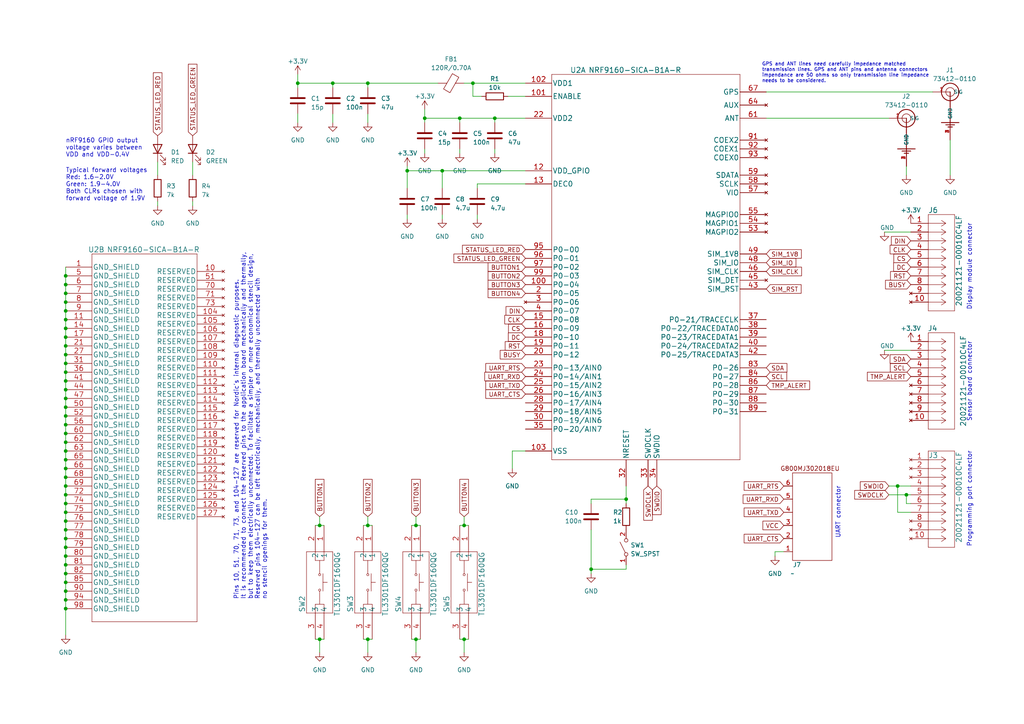
<source format=kicad_sch>
(kicad_sch (version 20230121) (generator eeschema)
  (paper "A4")
  (title_block (title "nRF9160 based IoT sensor") (company "University of Oulu"))
  (junction (at 19.05 120.65))
  (junction (at 19.05 146.05))
  (junction (at 19.05 90.17))
  (junction (at 19.05 168.91))
  (junction (at 19.05 163.83))
  (junction (at 19.05 171.45))
  (junction (at 19.05 80.01))
  (junction (at 106.68 24.13))
  (junction (at 120.65 185.42))
  (junction (at 19.05 153.67))
  (junction (at 106.68 185.42))
  (junction (at 19.05 85.09))
  (junction (at 96.52 24.13))
  (junction (at 92.71 152.4))
  (junction (at 19.05 102.87))
  (junction (at 19.05 118.11))
  (junction (at 171.45 165.1))
  (junction (at 19.05 82.55))
  (junction (at 143.51 34.29))
  (junction (at 133.35 34.29))
  (junction (at 92.71 185.42))
  (junction (at 134.62 152.4))
  (junction (at 19.05 166.37))
  (junction (at 19.05 115.57))
  (junction (at 260.35 140.97))
  (junction (at 19.05 107.95))
  (junction (at 19.05 97.79))
  (junction (at 19.05 135.89))
  (junction (at 137.16 24.13))
  (junction (at 19.05 113.03))
  (junction (at 19.05 87.63))
  (junction (at 123.19 34.29))
  (junction (at 19.05 161.29))
  (junction (at 19.05 92.71))
  (junction (at 262.89 143.51))
  (junction (at 19.05 148.59))
  (junction (at 19.05 140.97))
  (junction (at 19.05 143.51))
  (junction (at 128.27 49.53))
  (junction (at 19.05 130.81))
  (junction (at 19.05 100.33))
  (junction (at 120.65 152.4))
  (junction (at 19.05 95.25))
  (junction (at 19.05 123.19))
  (junction (at 118.11 49.53))
  (junction (at 19.05 156.21))
  (junction (at 19.05 173.99))
  (junction (at 181.61 144.78))
  (junction (at 19.05 110.49))
  (junction (at 19.05 176.53))
  (junction (at 19.05 138.43))
  (junction (at 19.05 133.35))
  (junction (at 106.68 152.4))
  (junction (at 19.05 105.41))
  (junction (at 19.05 128.27))
  (junction (at 19.05 125.73))
  (junction (at 134.62 185.42))
  (junction (at 19.05 151.13))
  (junction (at 86.36 24.13))
  (junction (at 19.05 158.75))
  (wire (pts (xy 152.4 53.34) (xy 138.43 53.34)))
  (wire (pts (xy 128.27 49.53) (xy 152.4 49.53)))
  (wire (pts (xy 127 24.13) (xy 106.68 24.13)))
  (wire (pts (xy 19.05 151.13) (xy 19.05 148.59)))
  (wire (pts (xy 264.16 101.6) (xy 256.54 101.6)))
  (wire (pts (xy 45.72 46.99) (xy 45.72 50.8)))
  (wire (pts (xy 105.41 152.4) (xy 106.68 152.4)))
  (wire (pts (xy 106.68 189.23) (xy 106.68 185.42)))
  (wire (pts (xy 19.05 123.19) (xy 19.05 120.65)))
  (wire (pts (xy 134.62 149.86) (xy 134.62 152.4)))
  (wire (pts (xy 275.59 40.64) (xy 275.59 50.8)))
  (wire (pts (xy 134.62 152.4) (xy 135.89 152.4)))
  (wire (pts (xy 19.05 90.17) (xy 19.05 87.63)))
  (wire (pts (xy 171.45 144.78) (xy 181.61 144.78)))
  (wire (pts (xy 19.05 184.15) (xy 19.05 176.53)))
  (wire (pts (xy 19.05 82.55) (xy 19.05 80.01)))
  (wire (pts (xy 55.88 58.42) (xy 55.88 59.69)))
  (wire (pts (xy 106.68 152.4) (xy 107.95 152.4)))
  (wire (pts (xy 19.05 130.81) (xy 19.05 128.27)))
  (wire (pts (xy 123.19 31.75) (xy 123.19 34.29)))
  (wire (pts (xy 45.72 58.42) (xy 45.72 59.69)))
  (wire (pts (xy 106.68 185.42) (xy 107.95 185.42)))
  (wire (pts (xy 19.05 161.29) (xy 19.05 158.75)))
  (wire (pts (xy 19.05 166.37) (xy 19.05 163.83)))
  (wire (pts (xy 120.65 185.42) (xy 121.92 185.42)))
  (wire (pts (xy 256.54 67.31) (xy 264.16 67.31)))
  (wire (pts (xy 133.35 152.4) (xy 134.62 152.4)))
  (wire (pts (xy 134.62 24.13) (xy 137.16 24.13)))
  (wire (pts (xy 118.11 49.53) (xy 128.27 49.53)))
  (wire (pts (xy 133.35 34.29) (xy 133.35 35.56)))
  (wire (pts (xy 19.05 87.63) (xy 19.05 85.09)))
  (wire (pts (xy 86.36 33.02) (xy 86.36 35.56)))
  (wire (pts (xy 19.05 102.87) (xy 19.05 100.33)))
  (wire (pts (xy 257.81 140.97) (xy 260.35 140.97)))
  (wire (pts (xy 134.62 185.42) (xy 135.89 185.42)))
  (wire (pts (xy 19.05 100.33) (xy 19.05 97.79)))
  (wire (pts (xy 19.05 138.43) (xy 19.05 135.89)))
  (wire (pts (xy 171.45 153.67) (xy 171.45 165.1)))
  (wire (pts (xy 19.05 173.99) (xy 19.05 171.45)))
  (wire (pts (xy 55.88 46.99) (xy 55.88 50.8)))
  (wire (pts (xy 19.05 163.83) (xy 19.05 161.29)))
  (wire (pts (xy 123.19 43.18) (xy 123.19 44.45)))
  (wire (pts (xy 260.35 140.97) (xy 260.35 148.59)))
  (wire (pts (xy 19.05 140.97) (xy 19.05 138.43)))
  (wire (pts (xy 92.71 185.42) (xy 93.98 185.42)))
  (wire (pts (xy 19.05 158.75) (xy 19.05 156.21)))
  (wire (pts (xy 118.11 48.26) (xy 118.11 49.53)))
  (wire (pts (xy 264.16 148.59) (xy 260.35 148.59)))
  (wire (pts (xy 19.05 148.59) (xy 19.05 146.05)))
  (wire (pts (xy 133.35 34.29) (xy 123.19 34.29)))
  (wire (pts (xy 143.51 34.29) (xy 133.35 34.29)))
  (wire (pts (xy 123.19 34.29) (xy 123.19 35.56)))
  (wire (pts (xy 264.16 146.05) (xy 262.89 146.05)))
  (wire (pts (xy 138.43 53.34) (xy 138.43 54.61)))
  (wire (pts (xy 19.05 80.01) (xy 19.05 77.47)))
  (wire (pts (xy 257.81 143.51) (xy 262.89 143.51)))
  (wire (pts (xy 171.45 165.1) (xy 181.61 165.1)))
  (wire (pts (xy 19.05 95.25) (xy 19.05 92.71)))
  (wire (pts (xy 19.05 118.11) (xy 19.05 115.57)))
  (wire (pts (xy 19.05 176.53) (xy 19.05 173.99)))
  (wire (pts (xy 119.38 185.42) (xy 120.65 185.42)))
  (wire (pts (xy 133.35 185.42) (xy 134.62 185.42)))
  (wire (pts (xy 148.59 135.89) (xy 148.59 130.81)))
  (wire (pts (xy 92.71 152.4) (xy 93.98 152.4)))
  (wire (pts (xy 86.36 21.59) (xy 86.36 24.13)))
  (wire (pts (xy 19.05 153.67) (xy 19.05 151.13)))
  (wire (pts (xy 19.05 128.27) (xy 19.05 125.73)))
  (wire (pts (xy 120.65 149.86) (xy 120.65 152.4)))
  (wire (pts (xy 181.61 144.78) (xy 181.61 146.05)))
  (wire (pts (xy 181.61 140.97) (xy 181.61 144.78)))
  (wire (pts (xy 118.11 54.61) (xy 118.11 49.53)))
  (wire (pts (xy 262.89 48.26) (xy 262.89 50.8)))
  (wire (pts (xy 19.05 105.41) (xy 19.05 102.87)))
  (wire (pts (xy 260.35 140.97) (xy 264.16 140.97)))
  (wire (pts (xy 171.45 146.05) (xy 171.45 144.78)))
  (wire (pts (xy 106.68 24.13) (xy 96.52 24.13)))
  (wire (pts (xy 120.65 152.4) (xy 121.92 152.4)))
  (wire (pts (xy 19.05 113.03) (xy 19.05 110.49)))
  (wire (pts (xy 262.89 143.51) (xy 264.16 143.51)))
  (wire (pts (xy 19.05 168.91) (xy 19.05 166.37)))
  (wire (pts (xy 181.61 163.83) (xy 181.61 165.1)))
  (wire (pts (xy 19.05 125.73) (xy 19.05 123.19)))
  (wire (pts (xy 137.16 24.13) (xy 152.4 24.13)))
  (wire (pts (xy 138.43 62.23) (xy 138.43 63.5)))
  (wire (pts (xy 19.05 107.95) (xy 19.05 105.41)))
  (wire (pts (xy 96.52 24.13) (xy 96.52 25.4)))
  (wire (pts (xy 171.45 165.1) (xy 171.45 166.37)))
  (wire (pts (xy 134.62 189.23) (xy 134.62 185.42)))
  (wire (pts (xy 143.51 34.29) (xy 143.51 35.56)))
  (wire (pts (xy 120.65 189.23) (xy 120.65 185.42)))
  (wire (pts (xy 19.05 110.49) (xy 19.05 107.95)))
  (wire (pts (xy 143.51 34.29) (xy 152.4 34.29)))
  (wire (pts (xy 143.51 43.18) (xy 143.51 44.45)))
  (wire (pts (xy 19.05 135.89) (xy 19.05 133.35)))
  (wire (pts (xy 137.16 27.94) (xy 137.16 24.13)))
  (wire (pts (xy 224.79 160.02) (xy 227.33 160.02)))
  (wire (pts (xy 19.05 120.65) (xy 19.05 118.11)))
  (wire (pts (xy 224.79 161.29) (xy 224.79 160.02)))
  (wire (pts (xy 106.68 149.86) (xy 106.68 152.4)))
  (wire (pts (xy 92.71 189.23) (xy 92.71 185.42)))
  (wire (pts (xy 19.05 92.71) (xy 19.05 90.17)))
  (wire (pts (xy 92.71 149.86) (xy 92.71 152.4)))
  (wire (pts (xy 19.05 97.79) (xy 19.05 95.25)))
  (wire (pts (xy 19.05 115.57) (xy 19.05 113.03)))
  (wire (pts (xy 133.35 43.18) (xy 133.35 44.45)))
  (wire (pts (xy 86.36 24.13) (xy 86.36 25.4)))
  (wire (pts (xy 19.05 171.45) (xy 19.05 168.91)))
  (wire (pts (xy 128.27 54.61) (xy 128.27 49.53)))
  (wire (pts (xy 106.68 24.13) (xy 106.68 25.4)))
  (wire (pts (xy 19.05 133.35) (xy 19.05 130.81)))
  (wire (pts (xy 19.05 156.21) (xy 19.05 153.67)))
  (wire (pts (xy 148.59 130.81) (xy 152.4 130.81)))
  (wire (pts (xy 118.11 62.23) (xy 118.11 63.5)))
  (wire (pts (xy 147.32 27.94) (xy 152.4 27.94)))
  (wire (pts (xy 91.44 152.4) (xy 92.71 152.4)))
  (wire (pts (xy 96.52 33.02) (xy 96.52 35.56)))
  (wire (pts (xy 128.27 62.23) (xy 128.27 63.5)))
  (wire (pts (xy 105.41 185.42) (xy 106.68 185.42)))
  (wire (pts (xy 96.52 24.13) (xy 86.36 24.13)))
  (wire (pts (xy 19.05 143.51) (xy 19.05 140.97)))
  (wire (pts (xy 262.89 146.05) (xy 262.89 143.51)))
  (wire (pts (xy 19.05 146.05) (xy 19.05 143.51)))
  (wire (pts (xy 139.7 27.94) (xy 137.16 27.94)))
  (wire (pts (xy 19.05 85.09) (xy 19.05 82.55)))
  (wire (pts (xy 222.25 26.67) (xy 270.51 26.67)))
  (wire (pts (xy 119.38 152.4) (xy 120.65 152.4)))
  (wire (pts (xy 106.68 33.02) (xy 106.68 35.56)))
  (wire (pts (xy 91.44 185.42) (xy 92.71 185.42)))
  (wire (pts (xy 222.25 34.29) (xy 257.81 34.29)))
  (text "Sensor board connector" (at 281.94 99.06 90) (effects (font (size 1.27 1.27)) (justify right bottom)))
  (text "Display module connector" (at 281.94 64.77 90) (effects (font (size 1.27 1.27)) (justify right bottom)))
  (text "Programming port connector" (at 281.94 130.81 90) (effects (font (size 1.27 1.27)) (justify right bottom)))
  (text "Pins 10, 51, 70, 71, 73, and 104-127 are reserved for Nordic's internal diagnostic purposes.\nIt is recommended to connect the Reserved pins to the application board mechanically and thermally,\nbut to keep them electrically unconnected. To facilitate a simpler or more economical stencil design,\nReserved pins 104-127 can be left electrically, mechanically, and thermally unconnected with\nno stencil openings for them." (at 77.47 173.99 90) (effects (font (size 1.27 1.27)) (justify left bottom)))
  (text "nRF9160 GPIO output\nvoltage varies between\nVDD and VDD-0.4V" (at 19.05 45.72 0) (effects (font (size 1.27 1.27)) (justify left bottom)))
  (text "UART connector" (at 243.84 156.21 90) (effects (font (size 1.27 1.27)) (justify left bottom)))
  (text "GPS and ANT lines need carefully impedance matched \ntransmission lines. GPS and ANT pins and antenna connectors\nimpendance are 50 ohms so only transmission line impedance\nneeds to be considered." (at 220.98 24.13 0) (effects (font (size 1 1)) (justify left bottom)))
  (text "Typical forward voltages\nRed: 1.6-2.0V\nGreen: 1.9-4.0V\nBoth CLRs chosen with\nforward voltage of 1.9V" (at 19.05 58.42 0) (effects (font (size 1.27 1.27)) (justify left bottom)))
  (global_label "DC" (shape input) (at 264.16 77.47 180) (property "Intersheetrefs" "${INTERSHEET_REFS}" (effects hide)))
  (global_label "SIM_CLK" (shape input) (at 222.25 78.74 0) (property "Intersheetrefs" "${INTERSHEET_REFS}" (effects hide)))
  (global_label "TMP_ALERT" (shape input) (at 222.25 111.76 0) (property "Intersheetrefs" "${INTERSHEET_REFS}" (effects hide)))
  (global_label "BUSY" (shape input) (at 152.4 102.87 180) (property "Intersheetrefs" "${INTERSHEET_REFS}" (effects hide)))
  (global_label "SWDCLK" (shape input) (at 187.96 140.97 270) (property "Intersheetrefs" "${INTERSHEET_REFS}" (effects hide)))
  (global_label "TMP_ALERT" (shape input) (at 264.16 109.22 180) (property "Intersheetrefs" "${INTERSHEET_REFS}" (effects hide)))
  (global_label "CLK" (shape input) (at 264.16 72.39 180) (property "Intersheetrefs" "${INTERSHEET_REFS}" (effects hide)))
  (global_label "UART_RTS" (shape input) (at 152.4 106.68 180) (property "Intersheetrefs" "${INTERSHEET_REFS}" (effects hide)))
  (global_label "RST" (shape input) (at 264.16 80.01 180) (property "Intersheetrefs" "${INTERSHEET_REFS}" (effects hide)))
  (global_label "UART_RXD" (shape input) (at 152.4 109.22 180) (property "Intersheetrefs" "${INTERSHEET_REFS}" (effects hide)))
  (global_label "UART_RXD" (shape input) (at 227.33 144.78 180) (property "Intersheetrefs" "${INTERSHEET_REFS}" (effects hide)))
  (global_label "DIN" (shape input) (at 152.4 90.17 180) (property "Intersheetrefs" "${INTERSHEET_REFS}" (effects hide)))
  (global_label "SIM_1V8" (shape input) (at 222.25 73.66 0) (property "Intersheetrefs" "${INTERSHEET_REFS}" (effects hide)))
  (global_label "BUTTON4" (shape input) (at 152.4 85.09 180) (property "Intersheetrefs" "${INTERSHEET_REFS}" (effects hide)))
  (global_label "BUTTON3" (shape input) (at 120.65 149.86 90) (property "Intersheetrefs" "${INTERSHEET_REFS}" (effects hide)))
  (global_label "VCC" (shape input) (at 227.33 152.4 180) (property "Intersheetrefs" "${INTERSHEET_REFS}" (effects hide)))
  (global_label "UART_RTS" (shape input) (at 227.33 140.97 180) (property "Intersheetrefs" "${INTERSHEET_REFS}" (effects hide)))
  (global_label "RST" (shape input) (at 152.4 100.33 180) (property "Intersheetrefs" "${INTERSHEET_REFS}" (effects hide)))
  (global_label "UART_TXD" (shape input) (at 152.4 111.76 180) (property "Intersheetrefs" "${INTERSHEET_REFS}" (effects hide)))
  (global_label "STATUS_LED_GREEN" (shape input) (at 55.88 39.37 90) (property "Intersheetrefs" "${INTERSHEET_REFS}" (effects hide)))
  (global_label "SCL" (shape input) (at 264.16 106.68 180) (property "Intersheetrefs" "${INTERSHEET_REFS}" (effects hide)))
  (global_label "BUTTON4" (shape input) (at 134.62 149.86 90) (property "Intersheetrefs" "${INTERSHEET_REFS}" (effects hide)))
  (global_label "CS" (shape input) (at 264.16 74.93 180) (property "Intersheetrefs" "${INTERSHEET_REFS}" (effects hide)))
  (global_label "CS" (shape input) (at 152.4 95.25 180) (property "Intersheetrefs" "${INTERSHEET_REFS}" (effects hide)))
  (global_label "STATUS_LED_GREEN" (shape input) (at 152.4 74.93 180) (property "Intersheetrefs" "${INTERSHEET_REFS}" (effects hide)))
  (global_label "SCL" (shape input) (at 222.25 109.22 0) (property "Intersheetrefs" "${INTERSHEET_REFS}" (effects hide)))
  (global_label "STATUS_LED_RED" (shape input) (at 45.72 39.37 90) (property "Intersheetrefs" "${INTERSHEET_REFS}" (effects hide)))
  (global_label "BUTTON3" (shape input) (at 152.4 82.55 180) (property "Intersheetrefs" "${INTERSHEET_REFS}" (effects hide)))
  (global_label "DC" (shape input) (at 152.4 97.79 180) (property "Intersheetrefs" "${INTERSHEET_REFS}" (effects hide)))
  (global_label "UART_CTS" (shape input) (at 227.33 156.21 180) (property "Intersheetrefs" "${INTERSHEET_REFS}" (effects hide)))
  (global_label "SWDIO" (shape input) (at 257.81 140.97 180) (property "Intersheetrefs" "${INTERSHEET_REFS}" (effects hide)))
  (global_label "BUSY" (shape input) (at 264.16 82.55 180) (property "Intersheetrefs" "${INTERSHEET_REFS}" (effects hide)))
  (global_label "SWDCLK" (shape input) (at 257.81 143.51 180) (property "Intersheetrefs" "${INTERSHEET_REFS}" (effects hide)))
  (global_label "UART_CTS" (shape input) (at 152.4 114.3 180) (property "Intersheetrefs" "${INTERSHEET_REFS}" (effects hide)))
  (global_label "SDA" (shape input) (at 222.25 106.68 0) (property "Intersheetrefs" "${INTERSHEET_REFS}" (effects hide)))
  (global_label "SIM_RST" (shape input) (at 222.25 83.82 0) (property "Intersheetrefs" "${INTERSHEET_REFS}" (effects hide)))
  (global_label "SIM_IO" (shape input) (at 222.25 76.2 0) (property "Intersheetrefs" "${INTERSHEET_REFS}" (effects hide)))
  (global_label "SDA" (shape input) (at 264.16 104.14 180) (property "Intersheetrefs" "${INTERSHEET_REFS}" (effects hide)))
  (global_label "UART_TXD" (shape input) (at 227.33 148.59 180) (property "Intersheetrefs" "${INTERSHEET_REFS}" (effects hide)))
  (global_label "CLK" (shape input) (at 152.4 92.71 180) (property "Intersheetrefs" "${INTERSHEET_REFS}" (effects hide)))
  (global_label "BUTTON2" (shape input) (at 106.68 149.86 90) (property "Intersheetrefs" "${INTERSHEET_REFS}" (effects hide)))
  (global_label "STATUS_LED_RED" (shape input) (at 152.4 72.39 180) (property "Intersheetrefs" "${INTERSHEET_REFS}" (effects hide)))
  (global_label "SWDIO" (shape input) (at 190.5 140.97 270) (property "Intersheetrefs" "${INTERSHEET_REFS}" (effects hide)))
  (global_label "BUTTON1" (shape input) (at 92.71 149.86 90) (property "Intersheetrefs" "${INTERSHEET_REFS}" (effects hide)))
  (global_label "DIN" (shape input) (at 264.16 69.85 180) (property "Intersheetrefs" "${INTERSHEET_REFS}" (effects hide)))
  (global_label "BUTTON2" (shape input) (at 152.4 80.01 180) (property "Intersheetrefs" "${INTERSHEET_REFS}" (effects hide)))
  (global_label "BUTTON1" (shape input) (at 152.4 77.47 180) (property "Intersheetrefs" "${INTERSHEET_REFS}" (effects hide)))
  (symbol (lib_id "power:GND") (at 92.71 189.23 0) (unit 1)
    (property "Reference" "#PWR034" (effects hide))
    (property "Value" "GND" (at 92.71 194.31 0))
  )
  (symbol (lib_id "power:GND") (at 133.35 44.45 0) (unit 1)
    (property "Reference" "#PWR014" (effects hide))
    (property "Value" "GND" (at 133.35 49.53 0))
  )
  (symbol (lib_id "power:GND") (at 128.27 63.5 0) (unit 1)
    (property "Reference" "#PWR09" (effects hide))
    (property "Value" "GND" (at 128.27 68.58 0))
  )
  (symbol (lib_id "NRF-9160-SICA-B1A-R:NRF9160-SICA-B1A-R") (at 143.51 19.05 0) (unit 1)
    (property "Reference" "U2" (at 167.64 20.32 0) (effects (font (size 1.524 1.524))))
    (property "Value" "NRF9160-SICA-B1A-R" (at 184.15 20.32 0) (effects (font (size 1.524 1.524))))
    (property "Footprint" "NRF-9160-SICA-B1A-R:NRF9160-SICA-B1A-R" (effects hide))
    (property "Digikey" "4823-NRF9160-SICA-B1A-RCT-ND" (effects hide))
  )
  (symbol (lib_id "Device:C") (at 128.27 58.42 0) (unit 1)
    (property "Reference" "C8" (at 132.08 57.785 0) (effects (justify left)))
    (property "Value" "4.7u" (at 132.08 60.325 0) (effects (justify left)))
    (property "Footprint" "Capacitor_SMD:C_0603_1608Metric_Pad1.08x0.95mm_HandSolder" (effects hide))
    (property "Digikey" "1276-1045-1-ND" (effects hide))
  )
  (symbol (lib_id "power:GND") (at 262.89 50.8 0) (unit 1)
    (property "Reference" "#PWR027" (effects hide))
    (property "Value" "GND" (at 262.89 55.88 0))
  )
  (symbol (lib_name "TL3301DF160QG_1") (lib_id "TL3301DF160QG:TL3301DF160QG") (at 107.95 148.59 270) (unit 1)
    (property "Reference" "SW3" (at 101.6 172.72 0) (effects (font (size 1.524 1.524)) (justify left)))
    (property "Value" "TL3301DF160QG" (at 111.76 160.02 0) (effects (font (size 1.524 1.524)) (justify left)))
    (property "Footprint" "TL3301DF160QG:TL3301DF160QG" (effects hide))
  )
  (symbol (lib_id "Device:C") (at 123.19 39.37 0) (unit 1)
    (property "Reference" "C4" (at 127 38.735 0) (effects (justify left)))
    (property "Value" "15p" (at 127 41.275 0) (effects (justify left)))
    (property "Footprint" "Capacitor_SMD:C_0603_1608Metric_Pad1.08x0.95mm_HandSolder" (effects hide))
    (property "Digikey" "1292-1487-1-ND" (effects hide))
  )
  (symbol (lib_id "power:GND") (at 123.19 44.45 0) (unit 1)
    (property "Reference" "#PWR013" (effects hide))
    (property "Value" "GND" (at 123.19 49.53 0))
  )
  (symbol (lib_name "+3.3V_2") (lib_id "power:+3.3V") (at 86.36 21.59 0) (unit 1)
    (property "Reference" "#PWR011" (effects hide))
    (property "Value" "+3.3V" (at 86.36 17.78 0))
  )
  (symbol (lib_name "GND_2") (lib_id "power:GND") (at 19.05 184.15 0) (unit 1)
    (property "Reference" "#PWR04" (effects hide))
    (property "Value" "GND" (at 19.05 189.23 0))
  )
  (symbol (lib_id "Device:C") (at 138.43 58.42 0) (unit 1)
    (property "Reference" "C9" (at 142.24 57.785 0) (effects (justify left)))
    (property "Value" "4.7u" (at 142.24 60.325 0) (effects (justify left)))
    (property "Footprint" "Capacitor_SMD:C_0603_1608Metric_Pad1.08x0.95mm_HandSolder" (effects hide))
    (property "Digikey" "1276-1045-1-ND" (effects hide))
  )
  (symbol (lib_id "73412-0110:73412-0110") (at 262.89 34.29 0) (mirror y) (unit 1)
    (property "Reference" "J2" (at 261.62 27.94 0) (effects (justify right)))
    (property "Value" "73412-0110" (at 256.54 30.48 0) (effects (justify right)))
    (property "Footprint" "73412-0110:MOLEX_73412-0110" (effects hide))
    (property "MANUFACTURER" "Molex" (effects hide))
    (property "Digikey" "WM5587CT-ND" (effects hide))
  )
  (symbol (lib_id "Switch:SW_SPST") (at 181.61 158.75 90) (unit 1)
    (property "Reference" "SW1" (at 182.88 158.115 90) (effects (justify right)))
    (property "Value" "SW_SPST" (at 182.88 160.655 90) (effects (justify right)))
    (property "Footprint" "TL3302BF180QG:TL3302BF180QG" (effects hide))
    (property "Digikey" "EG2529CT-ND" (effects hide))
  )
  (symbol (lib_name "20021121-00010C4LF_2") (lib_id "20021121-00010C4LF:20021121-00010C4LF") (at 264.16 99.06 0) (unit 1)
    (property "Reference" "J4" (at 270.51 95.25 0) (effects (font (size 1.524 1.524))))
    (property "Value" "20021121-00010C4LF" (at 279.4 110.49 90) (effects (font (size 1.524 1.524))))
    (property "Footprint" "20021121-00010C4LF:20021121-00010C4LF" (effects hide))
    (property "Digikey" "609-3695-1-ND" (effects hide))
  )
  (symbol (lib_id "power:GND") (at 143.51 44.45 0) (unit 1)
    (property "Reference" "#PWR015" (effects hide))
    (property "Value" "GND" (at 143.51 49.53 0))
  )
  (symbol (lib_id "Device:C") (at 96.52 29.21 0) (unit 1)
    (property "Reference" "C2" (at 100.33 28.575 0) (effects (justify left)))
    (property "Value" "100n" (at 100.33 31.115 0) (effects (justify left)))
    (property "Footprint" "Capacitor_SMD:C_0603_1608Metric_Pad1.08x0.95mm_HandSolder" (effects hide))
    (property "Digikey" "587-1245-1-ND" (effects hide))
  )
  (symbol (lib_id "Device:R") (at 143.51 27.94 90) (unit 1)
    (property "Reference" "R1" (at 143.51 22.86 90))
    (property "Value" "10k" (at 143.51 25.4 90))
    (property "Footprint" "Resistor_SMD:R_0603_1608Metric_Pad0.98x0.95mm_HandSolder" (effects hide))
    (property "Digikey" "RNCP0603FTD10K0CT-ND" (effects hide))
  )
  (symbol (lib_id "power:GND") (at 134.62 189.23 0) (unit 1)
    (property "Reference" "#PWR033" (effects hide))
    (property "Value" "GND" (at 134.62 194.31 0))
  )
  (symbol (lib_id "power:+3.3V") (at 264.16 64.77 0) (unit 1)
    (property "Reference" "#PWR019" (effects hide))
    (property "Value" "+3.3V" (at 264.16 60.96 0))
  )
  (symbol (lib_id "Device:LED") (at 55.88 43.18 90) (unit 1)
    (property "Reference" "D2" (at 59.69 44.1325 90) (effects (justify right)))
    (property "Value" "GREEN" (at 59.69 46.6725 90) (effects (justify right)))
    (property "Footprint" "LED_SMD:LED_0603_1608Metric_Pad1.05x0.95mm_HandSolder" (effects hide))
    (property "Digikey" "492-2523-1-ND" (effects hide))
  )
  (symbol (lib_name "+3.3V_1") (lib_id "power:+3.3V") (at 123.19 31.75 0) (unit 1)
    (property "Reference" "#PWR012" (effects hide))
    (property "Value" "+3.3V" (at 123.19 27.94 0))
  )
  (symbol (lib_name "20021121-00010C4LF_1") (lib_id "20021121-00010C4LF:20021121-00010C4LF") (at 264.16 64.77 0) (unit 1)
    (property "Reference" "J6" (at 269.24 60.96 0) (effects (font (size 1.524 1.524)) (justify left)))
    (property "Value" "20021121-00010C4LF" (at 278.13 88.9 90) (effects (font (size 1.524 1.524)) (justify left)))
    (property "Footprint" "20021121-00010C4LF:20021121-00010C4LF" (effects hide))
    (property "Digikey" "609-3695-1-ND" (effects hide))
  )
  (symbol (lib_id "Device:R") (at 181.61 149.86 0) (unit 1)
    (property "Reference" "R2" (at 177.8 148.59 0) (effects (justify left)))
    (property "Value" "1k" (at 177.8 151.13 0) (effects (justify left)))
    (property "Footprint" "Resistor_SMD:R_0603_1608Metric_Pad0.98x0.95mm_HandSolder" (effects hide))
    (property "Digikey" "RNCP0603FTD1K00CT-ND" (effects hide))
  )
  (symbol (lib_id "power:GND") (at 256.54 67.31 0) (unit 1)
    (property "Reference" "#PWR030" (effects hide))
    (property "Value" "GND" (at 255.27 66.04 0) (effects (justify left)))
  )
  (symbol (lib_name "NRF9160-SICA-B1A-R_1") (lib_id "NRF-9160-SICA-B1A-R:NRF9160-SICA-B1A-R") (at 3.81 71.12 0) (unit 2)
    (property "Reference" "U2" (at 27.94 72.39 0) (effects (font (size 1.524 1.524))))
    (property "Value" "NRF9160-SICA-B1A-R" (at 44.45 72.39 0) (effects (font (size 1.524 1.524))))
    (property "Footprint" "NRF-9160-SICA-B1A-R:NRF9160-SICA-B1A-R" (effects hide))
    (property "Digikey" "4823-NRF9160-SICA-B1A-RCT-ND" (effects hide))
  )
  (symbol (lib_id "power:GND") (at 171.45 166.37 0) (unit 1)
    (property "Reference" "#PWR016" (effects hide))
    (property "Value" "GND" (at 171.45 171.45 0))
  )
  (symbol (lib_id "Device:C") (at 106.68 29.21 0) (unit 1)
    (property "Reference" "C3" (at 110.49 28.575 0) (effects (justify left)))
    (property "Value" "47u" (at 110.49 31.115 0) (effects (justify left)))
    (property "Footprint" "Capacitor_SMD:C_0603_1608Metric_Pad1.08x0.95mm_HandSolder" (effects hide))
    (property "Digikey" "490-GRM188R60G476ME01DCT-ND" (effects hide))
  )
  (symbol (lib_id "Device:C") (at 118.11 58.42 0) (unit 1)
    (property "Reference" "C7" (at 121.92 57.785 0) (effects (justify left)))
    (property "Value" "100n" (at 121.92 60.325 0) (effects (justify left)))
    (property "Footprint" "Capacitor_SMD:C_0603_1608Metric_Pad1.08x0.95mm_HandSolder" (effects hide))
    (property "Digikey" "587-1245-1-ND" (effects hide))
  )
  (symbol (lib_id "power:GND") (at 106.68 35.56 0) (unit 1)
    (property "Reference" "#PWR07" (effects hide))
    (property "Value" "GND" (at 106.68 40.64 0))
  )
  (symbol (lib_id "power:GND") (at 224.79 161.29 0) (unit 1)
    (property "Reference" "#PWR035" (effects hide))
    (property "Value" "GND" (at 224.79 166.37 0))
  )
  (symbol (lib_name "+3.3V_4") (lib_id "power:+3.3V") (at 264.16 99.06 0) (unit 1)
    (property "Reference" "#PWR028" (effects hide))
    (property "Value" "+3.3V" (at 264.16 95.25 0))
  )
  (symbol (lib_id "power:GND") (at 86.36 35.56 0) (unit 1)
    (property "Reference" "#PWR05" (effects hide))
    (property "Value" "GND" (at 86.36 40.64 0))
  )
  (symbol (lib_id "G800MJ302018EU:G800MJ302018EU") (at 229.87 162.56 0) (mirror x) (unit 1)
    (property "Reference" "J7" (at 231.14 163.83 0))
    (property "Value" "~" (at 229.87 166.37 0))
    (property "Footprint" "G800MJ302018EU:G800MJ302018EU" (effects hide))
    (property "Digikey" "664-G800MJ302018EUCT-ND" (effects hide))
  )
  (symbol (lib_id "20021121-00010C4LF:20021121-00010C4LF") (at 264.16 133.35 0) (unit 1)
    (property "Reference" "J3" (at 269.24 132.08 0) (effects (font (size 1.524 1.524)) (justify left)))
    (property "Value" "20021121-00010C4LF" (at 278.13 157.48 90) (effects (font (size 1.524 1.524)) (justify left)))
    (property "Footprint" "20021121-00010C4LF:20021121-00010C4LF" (effects hide))
    (property "Digikey" "609-3695-1-ND" (effects hide))
  )
  (symbol (lib_id "power:GND") (at 138.43 63.5 0) (unit 1)
    (property "Reference" "#PWR010" (effects hide))
    (property "Value" "GND" (at 138.43 68.58 0))
  )
  (symbol (lib_id "Device:R") (at 45.72 54.61 0) (unit 1)
    (property "Reference" "R3" (at 48.26 53.975 0) (effects (justify left)))
    (property "Value" "7k" (at 48.26 56.515 0) (effects (justify left)))
    (property "Footprint" "Resistor_SMD:R_0603_1608Metric_Pad0.98x0.95mm_HandSolder" (effects hide))
    (property "Digikey" "311-6.98KHRCT-ND" (effects hide))
  )
  (symbol (lib_id "Device:C") (at 133.35 39.37 0) (unit 1)
    (property "Reference" "C5" (at 137.16 38.735 0) (effects (justify left)))
    (property "Value" "100n" (at 137.16 41.275 0) (effects (justify left)))
    (property "Footprint" "Capacitor_SMD:C_0603_1608Metric_Pad1.08x0.95mm_HandSolder" (effects hide))
    (property "Digikey" "587-1245-1-ND" (effects hide))
  )
  (symbol (lib_id "Device:C") (at 86.36 29.21 0) (unit 1)
    (property "Reference" "C1" (at 90.17 28.575 0) (effects (justify left)))
    (property "Value" "15p" (at 90.17 31.115 0) (effects (justify left)))
    (property "Footprint" "Capacitor_SMD:C_0603_1608Metric_Pad1.08x0.95mm_HandSolder" (effects hide))
    (property "Digikey" "1292-1487-1-ND" (effects hide))
  )
  (symbol (lib_id "power:GND") (at 118.11 63.5 0) (unit 1)
    (property "Reference" "#PWR08" (effects hide))
    (property "Value" "GND" (at 118.11 68.58 0))
  )
  (symbol (lib_id "power:GND") (at 256.54 101.6 0) (unit 1)
    (property "Reference" "#PWR029" (effects hide))
    (property "Value" "GND" (at 255.27 100.33 0) (effects (justify left)))
  )
  (symbol (lib_id "73412-0110:73412-0110") (at 275.59 26.67 0) (mirror y) (unit 1)
    (property "Reference" "J1" (at 274.32 20.32 0) (effects (justify right)))
    (property "Value" "73412-0110" (at 270.51 22.86 0) (effects (justify right)))
    (property "Footprint" "73412-0110:MOLEX_73412-0110" (effects hide))
    (property "MANUFACTURER" "Molex" (effects hide))
    (property "Digikey" "WM5587CT-ND" (effects hide))
  )
  (symbol (lib_name "GND_1") (lib_id "power:GND") (at 148.59 135.89 0) (unit 1)
    (property "Reference" "#PWR017" (effects hide))
    (property "Value" "GND" (at 148.59 140.97 0))
  )
  (symbol (lib_id "Device:LED") (at 45.72 43.18 90) (unit 1)
    (property "Reference" "D1" (at 49.53 44.1325 90) (effects (justify right)))
    (property "Value" "RED" (at 49.53 46.6725 90) (effects (justify right)))
    (property "Footprint" "LED_SMD:LED_0603_1608Metric_Pad1.05x0.95mm_HandSolder" (effects hide))
    (property "Digikey" "1080-1400-1-ND" (effects hide))
  )
  (symbol (lib_id "Device:C") (at 143.51 39.37 0) (unit 1)
    (property "Reference" "C6" (at 147.32 38.735 0) (effects (justify left)))
    (property "Value" "47u" (at 147.32 41.275 0) (effects (justify left)))
    (property "Footprint" "Capacitor_SMD:C_0603_1608Metric_Pad1.08x0.95mm_HandSolder" (effects hide))
    (property "Digikey" "490-GRM188R60G476ME01DCT-ND" (effects hide))
  )
  (symbol (lib_id "Device:FerriteBead") (at 131.445 24.765 180) (unit 1)
    (property "Reference" "FB1" (at 130.8608 17.145 0))
    (property "Value" "120R/0.70A" (at 130.8608 19.685 0))
    (property "Footprint" "Resistor_SMD:R_0402_1005Metric_Pad0.72x0.64mm_HandSolder" (effects hide))
    (property "Digikey" "445-MMZ1005S121HTD25CT-ND" (effects hide))
  )
  (symbol (lib_name "TL3301DF160QG_1") (lib_id "TL3301DF160QG:TL3301DF160QG") (at 93.98 148.59 270) (unit 1)
    (property "Reference" "SW2" (at 87.63 172.72 0) (effects (font (size 1.524 1.524)) (justify left)))
    (property "Value" "TL3301DF160QG" (at 97.79 160.02 0) (effects (font (size 1.524 1.524)) (justify left)))
    (property "Footprint" "TL3301DF160QG:TL3301DF160QG" (effects hide))
  )
  (symbol (lib_id "power:GND") (at 275.59 50.8 0) (unit 1)
    (property "Reference" "#PWR026" (effects hide))
    (property "Value" "GND" (at 275.59 55.88 0))
  )
  (symbol (lib_name "+3.3V_3") (lib_id "power:+3.3V") (at 118.11 48.26 0) (unit 1)
    (property "Reference" "#PWR025" (effects hide))
    (property "Value" "+3.3V" (at 118.11 44.45 0))
  )
  (symbol (lib_id "power:GND") (at 96.52 35.56 0) (unit 1)
    (property "Reference" "#PWR06" (effects hide))
    (property "Value" "GND" (at 96.52 40.64 0))
  )
  (symbol (lib_id "power:GND") (at 55.88 59.69 0) (unit 1)
    (property "Reference" "#PWR024" (effects hide))
    (property "Value" "GND" (at 55.88 64.77 0))
  )
  (symbol (lib_id "power:GND") (at 106.68 189.23 0) (unit 1)
    (property "Reference" "#PWR031" (effects hide))
    (property "Value" "GND" (at 106.68 194.31 0))
  )
  (symbol (lib_name "TL3301DF160QG_1") (lib_id "TL3301DF160QG:TL3301DF160QG") (at 121.92 148.59 270) (unit 1)
    (property "Reference" "SW4" (at 115.57 172.72 0) (effects (font (size 1.524 1.524)) (justify left)))
    (property "Value" "TL3301DF160QG" (at 125.73 160.02 0) (effects (font (size 1.524 1.524)) (justify left)))
    (property "Footprint" "TL3301DF160QG:TL3301DF160QG" (effects hide))
  )
  (symbol (lib_name "TL3301DF160QG_1") (lib_id "TL3301DF160QG:TL3301DF160QG") (at 135.89 148.59 270) (unit 1)
    (property "Reference" "SW5" (at 129.54 172.72 0) (effects (font (size 1.524 1.524)) (justify left)))
    (property "Value" "TL3301DF160QG" (at 139.7 160.02 0) (effects (font (size 1.524 1.524)) (justify left)))
    (property "Footprint" "TL3301DF160QG:TL3301DF160QG" (effects hide))
  )
  (symbol (lib_id "power:GND") (at 120.65 189.23 0) (unit 1)
    (property "Reference" "#PWR032" (effects hide))
    (property "Value" "GND" (at 120.65 194.31 0))
  )
  (symbol (lib_id "Device:C") (at 171.45 149.86 0) (unit 1)
    (property "Reference" "C10" (at 163.83 148.59 0) (effects (justify left)))
    (property "Value" "100n" (at 163.83 151.13 0) (effects (justify left)))
    (property "Footprint" "Capacitor_SMD:C_0603_1608Metric_Pad1.08x0.95mm_HandSolder" (effects hide))
    (property "Digikey" "587-1245-1-ND" (effects hide))
  )
  (symbol (lib_id "power:GND") (at 45.72 59.69 0) (unit 1)
    (property "Reference" "#PWR023" (effects hide))
    (property "Value" "GND" (at 45.72 64.77 0))
  )
  (symbol (lib_id "Device:R") (at 55.88 54.61 0) (unit 1)
    (property "Reference" "R4" (at 58.42 53.975 0) (effects (justify left)))
    (property "Value" "7k" (at 58.42 56.515 0) (effects (justify left)))
    (property "Footprint" "Resistor_SMD:R_0603_1608Metric_Pad0.98x0.95mm_HandSolder" (effects hide))
    (property "Digikey" "311-6.98KHRCT-ND" (effects hide))
  )
  (sheet (at 317.5 114.3) (size 125.73 92.71) (stroke (width 0.1524))
    (property "Sheetname" "sim_module" (at 317.5 113.5884 0) (effects (justify left bottom)))
    (property "Sheetfile" "sim_module.kicad_sch" (at 317.5 207.5946 0) (effects (justify left top)))
  )
  (sheet (at -147.32 121.92) (size 138.43 87.63) (stroke (width 0.1524))
    (property "Sheetname" "voltage_regulator" (at -147.32 121.2084 0) (effects (justify left bottom)))
    (property "Sheetfile" "voltage_regulator.kicad_sch" (at -147.32 210.1346 0) (effects (justify left top)))
  )
  (sheet (at 317.5 5.08) (size 125.73 90.17) (stroke (width 0.1524))
    (property "Sheetname" "sensorboard" (at 317.5 4.3684 0) (effects (justify left bottom)))
    (property "Sheetfile" "sensorboard.kicad_sch" (at 317.5 95.8346 0) (effects (justify left top)))
  )
)
</source>
